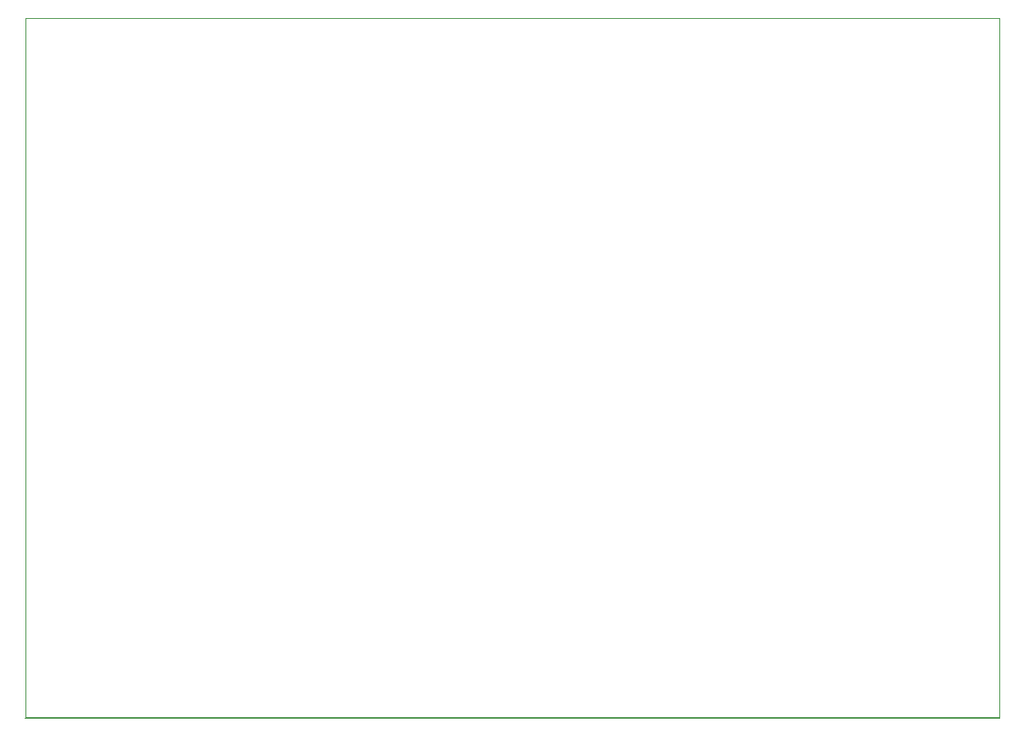
<source format=gm1>
G04 #@! TF.GenerationSoftware,KiCad,Pcbnew,8.0.4*
G04 #@! TF.CreationDate,2024-08-22T17:22:31+02:00*
G04 #@! TF.ProjectId,CENTRALE,43454e54-5241-44c4-952e-6b696361645f,rev?*
G04 #@! TF.SameCoordinates,Original*
G04 #@! TF.FileFunction,Profile,NP*
%FSLAX46Y46*%
G04 Gerber Fmt 4.6, Leading zero omitted, Abs format (unit mm)*
G04 Created by KiCad (PCBNEW 8.0.4) date 2024-08-22 17:22:31*
%MOMM*%
%LPD*%
G01*
G04 APERTURE LIST*
G04 #@! TA.AperFunction,Profile*
%ADD10C,0.050000*%
G04 #@! TD*
G04 #@! TA.AperFunction,Profile*
%ADD11C,0.152400*%
G04 #@! TD*
G04 APERTURE END LIST*
D10*
X198666100Y-140570000D02*
X198666100Y-68434000D01*
X198666100Y-68434000D02*
X98336100Y-68449188D01*
D11*
X198666100Y-140570000D02*
X98336100Y-140570000D01*
D10*
X98336100Y-68449188D02*
X98336100Y-140570000D01*
M02*

</source>
